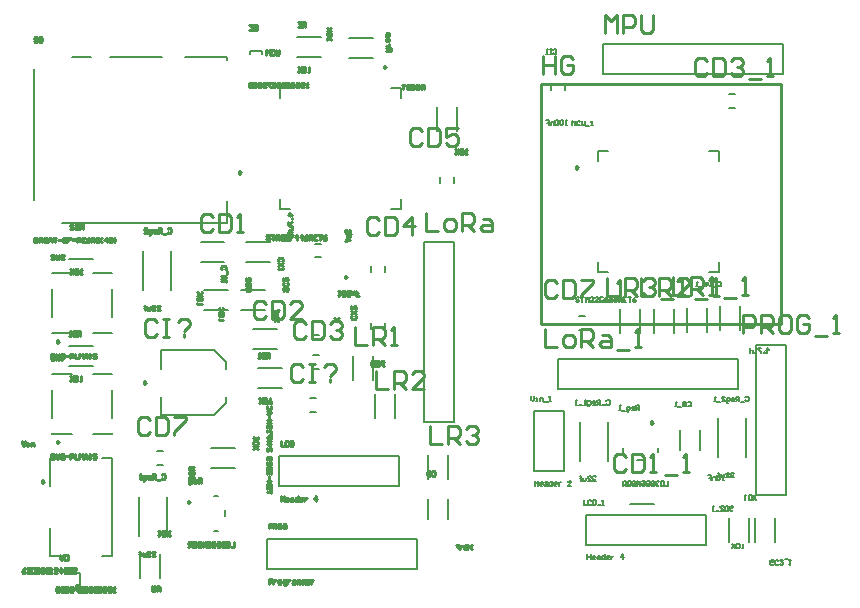
<source format=gbr>
G04*
G04 #@! TF.GenerationSoftware,Altium Limited,Altium Designer,22.4.2 (48)*
G04*
G04 Layer_Color=65535*
%FSLAX25Y25*%
%MOIN*%
G70*
G04*
G04 #@! TF.SameCoordinates,BE1E711C-C8E7-489F-BFDC-0012772F392D*
G04*
G04*
G04 #@! TF.FilePolarity,Positive*
G04*
G01*
G75*
%ADD10C,0.00984*%
%ADD11C,0.00787*%
%ADD12C,0.01000*%
D10*
X306327Y442264D02*
X305589Y442690D01*
Y441838D01*
X306327Y442264D01*
X331232Y357154D02*
X330494Y357580D01*
Y356727D01*
X331232Y357154D01*
X128394Y337465D02*
X127655Y337891D01*
Y337038D01*
X128394Y337465D01*
X193811Y440575D02*
X193073Y441001D01*
Y440149D01*
X193811Y440575D01*
X242394Y475744D02*
X241655Y476170D01*
Y475318D01*
X242394Y475744D01*
X229244Y405650D02*
X228506Y406076D01*
Y405223D01*
X229244Y405650D01*
X133323Y350705D02*
X132585Y351131D01*
Y350278D01*
X133323Y350705D01*
Y384205D02*
X132585Y384631D01*
Y383779D01*
X133323Y384205D01*
X176866Y330740D02*
X176128Y331166D01*
Y330314D01*
X176866Y330740D01*
X162350Y370500D02*
X161612Y370926D01*
Y370074D01*
X162350Y370500D01*
D11*
X306862Y344492D02*
Y357508D01*
X316138Y344492D02*
Y357508D01*
X352862Y345590D02*
Y358606D01*
X362138Y345590D02*
Y358606D01*
X291500Y361000D02*
X301500D01*
Y341000D02*
Y361000D01*
X291500Y341000D02*
X301500D01*
X291500D02*
Y361000D01*
X312921Y447579D02*
X316169D01*
X349831D02*
X353079D01*
Y407421D02*
Y410669D01*
Y444331D02*
Y447579D01*
X312921Y407421D02*
X316169D01*
X349831D02*
X353079D01*
X312921D02*
Y410669D01*
Y444331D02*
Y447579D01*
X353654Y388039D02*
Y395961D01*
X360346Y388039D02*
Y395961D01*
X349000Y316500D02*
Y326500D01*
X309000Y316500D02*
X349000D01*
X309000Y326500D02*
X349000D01*
X309000Y316500D02*
Y326500D01*
X346846Y348154D02*
Y354846D01*
X340154Y348154D02*
Y354846D01*
X321193Y347311D02*
Y348689D01*
X325917Y344850D02*
X328083D01*
X332807Y347311D02*
Y348689D01*
X371846Y317539D02*
Y325461D01*
X365154Y317539D02*
Y325461D01*
X356654Y317539D02*
Y325461D01*
X363346Y317539D02*
Y325461D01*
X297126Y468028D02*
Y469972D01*
X301874Y468028D02*
Y469972D01*
X323539Y336846D02*
X331461D01*
X323539Y330154D02*
X331461D01*
X356528Y462126D02*
X358472D01*
X356528Y466874D02*
X358472D01*
X306528Y388126D02*
X308472D01*
X306528Y392874D02*
X308472D01*
X365500Y383000D02*
X375500D01*
Y333000D02*
Y383000D01*
X365500Y333000D02*
Y383000D01*
Y333000D02*
X375500D01*
X299500Y378500D02*
X359500D01*
X299500Y368500D02*
X359500D01*
Y378500D01*
X299500Y368500D02*
Y378500D01*
X342654Y387539D02*
Y395461D01*
X349346Y387539D02*
Y395461D01*
X331654Y387203D02*
Y395125D01*
X338346Y387203D02*
Y395125D01*
X320154Y387203D02*
Y395125D01*
X326846Y387203D02*
Y395125D01*
X314500Y473500D02*
X374500D01*
X314500Y483500D02*
X374500D01*
X314500Y473500D02*
Y483500D01*
X374500Y473500D02*
Y483500D01*
X159862Y319492D02*
Y332508D01*
X169138Y319492D02*
Y332508D01*
X161362Y401492D02*
Y414508D01*
X170638Y401492D02*
Y414508D01*
X218528Y416678D02*
X220472D01*
X218528Y412322D02*
X220472D01*
X218028Y386322D02*
X219972D01*
X218028Y390678D02*
X219972D01*
X147587Y345339D02*
X150736D01*
X130264D02*
X133413D01*
X130264Y312661D02*
X133413D01*
X147587D02*
X150736D01*
Y345339D01*
X130264Y312661D02*
Y321913D01*
Y336087D02*
Y345339D01*
X189185Y478075D02*
Y479157D01*
Y423843D02*
Y431028D01*
X134165Y423843D02*
X189185D01*
X124815Y431421D02*
Y474925D01*
X137709Y479157D02*
X144008D01*
X150110D02*
X167630D01*
X175307D02*
X189185D01*
X252500Y308500D02*
Y318500D01*
X202500Y308500D02*
X252500D01*
X202500Y318500D02*
X252500D01*
X202500Y308500D02*
Y318500D01*
X243969Y468658D02*
X247217D01*
X207059D02*
X210307D01*
X207059Y428500D02*
Y431748D01*
Y465410D02*
Y468658D01*
X243969Y428500D02*
X247217D01*
X207059D02*
X210307D01*
X247217D02*
Y431748D01*
Y465410D02*
Y468658D01*
X195539Y417346D02*
X203461D01*
X195539Y410654D02*
X203461D01*
X241874Y388528D02*
Y390472D01*
X237126Y388528D02*
Y390472D01*
X130961Y353461D02*
X137555D01*
X144445D02*
X151039D01*
Y373441D02*
Y373539D01*
Y358874D02*
Y368126D01*
Y353461D02*
Y353559D01*
X130961Y373539D02*
X137555D01*
X144445D02*
X151039D01*
X130961Y373441D02*
Y373539D01*
Y358874D02*
Y368126D01*
Y353461D02*
Y353559D01*
Y386961D02*
Y387059D01*
Y392374D02*
Y401626D01*
Y406941D02*
Y407039D01*
X144445D02*
X151039D01*
X130961D02*
X137555D01*
X151039Y386961D02*
Y387059D01*
Y392374D02*
Y401626D01*
Y406941D02*
Y407039D01*
X144445Y386961D02*
X151039D01*
X130961D02*
X137555D01*
X206500Y336000D02*
Y346000D01*
X246500D01*
X206500Y336000D02*
X246500D01*
Y346000D01*
X265846Y454375D02*
Y462297D01*
X259154Y454375D02*
Y462297D01*
X230039Y478654D02*
X237961D01*
X230039Y485346D02*
X237961D01*
X136539Y376154D02*
X144461D01*
X136539Y382846D02*
X144461D01*
X136703Y418346D02*
X144625D01*
X136703Y411654D02*
X144625D01*
X166846Y305539D02*
Y313461D01*
X160154Y305539D02*
Y313461D01*
X256154Y325106D02*
Y331799D01*
X262846Y325106D02*
Y331799D01*
X138909Y303032D02*
X140091D01*
X138909Y306969D02*
X140091D01*
Y303032D02*
Y306969D01*
X184839Y332807D02*
X186217D01*
X188677Y325917D02*
Y328083D01*
X184839Y321193D02*
X186217D01*
X199539Y368654D02*
X207461D01*
X199539Y375346D02*
X207461D01*
X184039Y348846D02*
X191961D01*
X184039Y342154D02*
X191961D01*
X200969Y479909D02*
Y481091D01*
X197031Y479909D02*
Y481091D01*
X200969D01*
X212539Y485846D02*
X220461D01*
X212539Y479154D02*
X220461D01*
X194039Y394654D02*
X201961D01*
X194039Y401346D02*
X201961D01*
X181539Y394654D02*
X189461D01*
X181539Y401346D02*
X189461D01*
X180411Y417346D02*
X188333D01*
X180411Y410654D02*
X188333D01*
X198039Y381654D02*
X205961D01*
X198039Y388346D02*
X205961D01*
X218028Y375126D02*
X219972D01*
X218028Y379874D02*
X219972D01*
X237126Y407528D02*
Y409472D01*
X241874Y407528D02*
Y409472D01*
X260126Y437028D02*
Y438972D01*
X264874Y437028D02*
Y438972D01*
X166028Y347874D02*
X167972D01*
X166028Y343126D02*
X167972D01*
X265000Y357500D02*
Y417500D01*
X255000Y357500D02*
Y417500D01*
Y357500D02*
X265000D01*
X255000Y417500D02*
X265000D01*
X237846Y371539D02*
Y379461D01*
X231154Y371539D02*
Y379461D01*
X245346Y358875D02*
Y366797D01*
X238654Y358875D02*
Y366797D01*
X256154Y338539D02*
Y346461D01*
X262846Y338539D02*
Y346461D01*
X217028Y360626D02*
X218972D01*
X217028Y365374D02*
X218972D01*
X167173Y359673D02*
Y365874D01*
Y375126D02*
Y381327D01*
X184890D01*
X167173Y359673D02*
X184890D01*
X188827Y375126D02*
Y377390D01*
Y363610D02*
Y365874D01*
X184890Y381327D02*
X188827Y377390D01*
X184890Y359673D02*
X188827Y363610D01*
X311051Y337800D02*
X312100D01*
X311051Y338849D01*
Y339112D01*
X311313Y339374D01*
X311838D01*
X312100Y339112D01*
X309476Y337800D02*
X310526D01*
X309476Y338849D01*
Y339112D01*
X309739Y339374D01*
X310263D01*
X310526Y339112D01*
X308951Y338849D02*
Y338062D01*
X308689Y337800D01*
X307902D01*
Y338849D01*
X307115Y337800D02*
Y339112D01*
Y338587D01*
X307377D01*
X306852D01*
X307115D01*
Y339112D01*
X306852Y339374D01*
X315694Y364512D02*
X315956Y364774D01*
X316481D01*
X316743Y364512D01*
Y363462D01*
X316481Y363200D01*
X315956D01*
X315694Y363462D01*
X315169Y362938D02*
X314119D01*
X313595Y363200D02*
Y364774D01*
X312807D01*
X312545Y364512D01*
Y363987D01*
X312807Y363725D01*
X313595D01*
X313070D02*
X312545Y363200D01*
X311233D02*
X311758D01*
X312020Y363462D01*
Y363987D01*
X311758Y364249D01*
X311233D01*
X310971Y363987D01*
Y363725D01*
X312020D01*
X309921Y362675D02*
X309659D01*
X309396Y362938D01*
Y364249D01*
X310184D01*
X310446Y363987D01*
Y363462D01*
X310184Y363200D01*
X309396D01*
X308872D02*
X308347D01*
X308609D01*
Y364774D01*
X308872Y364512D01*
X307560Y362938D02*
X306510D01*
X305985Y363200D02*
X305461D01*
X305723D01*
Y364774D01*
X305985Y364512D01*
X357050Y338900D02*
X358100D01*
X357050Y339949D01*
Y340212D01*
X357313Y340474D01*
X357838D01*
X358100Y340212D01*
X355476Y338900D02*
X356526D01*
X355476Y339949D01*
Y340212D01*
X355739Y340474D01*
X356263D01*
X356526Y340212D01*
X354951Y339949D02*
Y339162D01*
X354689Y338900D01*
X353902D01*
Y339949D01*
X353115Y338900D02*
Y340212D01*
Y339687D01*
X353377D01*
X352852D01*
X353115D01*
Y340212D01*
X352852Y340474D01*
X362062Y365612D02*
X362325Y365874D01*
X362849D01*
X363112Y365612D01*
Y364562D01*
X362849Y364300D01*
X362325D01*
X362062Y364562D01*
X361538Y364038D02*
X360488D01*
X359963Y364300D02*
Y365874D01*
X359176D01*
X358914Y365612D01*
Y365087D01*
X359176Y364825D01*
X359963D01*
X359439D02*
X358914Y364300D01*
X357602D02*
X358127D01*
X358389Y364562D01*
Y365087D01*
X358127Y365350D01*
X357602D01*
X357340Y365087D01*
Y364825D01*
X358389D01*
X356290Y363775D02*
X356028D01*
X355765Y364038D01*
Y365350D01*
X356552D01*
X356815Y365087D01*
Y364562D01*
X356552Y364300D01*
X355765D01*
X354191D02*
X355241D01*
X354191Y365350D01*
Y365612D01*
X354453Y365874D01*
X354978D01*
X355241Y365612D01*
X353666Y364038D02*
X352617D01*
X352092Y364300D02*
X351567D01*
X351830D01*
Y365874D01*
X352092Y365612D01*
X291900Y337774D02*
Y336200D01*
Y336987D01*
X292950D01*
Y337774D01*
Y336200D01*
X294261D02*
X293737D01*
X293474Y336462D01*
Y336987D01*
X293737Y337249D01*
X294261D01*
X294524Y336987D01*
Y336725D01*
X293474D01*
X295311Y337249D02*
X295836D01*
X296098Y336987D01*
Y336200D01*
X295311D01*
X295049Y336462D01*
X295311Y336725D01*
X296098D01*
X297672Y337774D02*
Y336200D01*
X296885D01*
X296623Y336462D01*
Y336987D01*
X296885Y337249D01*
X297672D01*
X298984Y336200D02*
X298460D01*
X298197Y336462D01*
Y336987D01*
X298460Y337249D01*
X298984D01*
X299247Y336987D01*
Y336725D01*
X298197D01*
X299771Y337249D02*
Y336200D01*
Y336725D01*
X300034Y336987D01*
X300296Y337249D01*
X300559D01*
X303970Y336200D02*
X302920D01*
X303970Y337249D01*
Y337512D01*
X303707Y337774D01*
X303182D01*
X302920Y337512D01*
X290588Y365905D02*
Y364856D01*
X291113Y364331D01*
X291638Y364856D01*
Y365905D01*
X292162Y364331D02*
X292687D01*
X292425D01*
Y365381D01*
X292162D01*
X293474Y364331D02*
Y365381D01*
X294261D01*
X294524Y365118D01*
Y364331D01*
X295049Y364069D02*
X296098D01*
X296623Y364331D02*
X297148D01*
X296885D01*
Y365905D01*
X296623Y365643D01*
X306649Y398712D02*
X306387Y398974D01*
X305862D01*
X305600Y398712D01*
Y398449D01*
X305862Y398187D01*
X306387D01*
X306649Y397925D01*
Y397662D01*
X306387Y397400D01*
X305862D01*
X305600Y397662D01*
X307174Y398974D02*
X308224D01*
X307699D01*
Y397400D01*
X308749D02*
Y398974D01*
X309273Y398449D01*
X309798Y398974D01*
Y397400D01*
X310323Y398712D02*
X310585Y398974D01*
X311110D01*
X311372Y398712D01*
Y398449D01*
X311110Y398187D01*
X310848D01*
X311110D01*
X311372Y397925D01*
Y397662D01*
X311110Y397400D01*
X310585D01*
X310323Y397662D01*
X312947Y397400D02*
X311897D01*
X312947Y398449D01*
Y398712D01*
X312684Y398974D01*
X312159D01*
X311897Y398712D01*
X314521Y398974D02*
X313472D01*
Y398187D01*
X313996D01*
X313472D01*
Y397400D01*
X315833D02*
Y398974D01*
X315046Y398187D01*
X316095D01*
X317407Y397400D02*
Y398974D01*
X316620Y398187D01*
X317670D01*
X319244Y398974D02*
X318719Y398712D01*
X318194Y398187D01*
Y397662D01*
X318457Y397400D01*
X318982D01*
X319244Y397662D01*
Y397925D01*
X318982Y398187D01*
X318194D01*
X319769Y397400D02*
Y398974D01*
X320556D01*
X320818Y398712D01*
Y398187D01*
X320556Y397925D01*
X319769D01*
X320293D02*
X320818Y397400D01*
X322392Y398974D02*
X321343D01*
Y397400D01*
X322392D01*
X321343Y398187D02*
X321868D01*
X322917Y398974D02*
X323967D01*
X323442D01*
Y397400D01*
X325541Y398974D02*
X325016Y398712D01*
X324492Y398187D01*
Y397662D01*
X324754Y397400D01*
X325279D01*
X325541Y397662D01*
Y397925D01*
X325279Y398187D01*
X324492D01*
X304288Y456231D02*
Y457805D01*
X304813Y457281D01*
X305338Y457805D01*
Y456231D01*
X306912Y457543D02*
X306649Y457805D01*
X306125D01*
X305862Y457543D01*
Y456494D01*
X306125Y456231D01*
X306649D01*
X306912Y456494D01*
X307437Y457805D02*
Y456494D01*
X307699Y456231D01*
X308224D01*
X308486Y456494D01*
Y457805D01*
X309011Y455969D02*
X310061D01*
X310585Y456231D02*
X311110D01*
X310848D01*
Y457805D01*
X310585Y457543D01*
X369239Y380462D02*
Y382036D01*
X370026Y381249D01*
X368976D01*
X368451Y380462D02*
Y380724D01*
X368189D01*
Y380462D01*
X368451D01*
X367140Y382036D02*
X366090D01*
Y381774D01*
X367140Y380724D01*
Y380462D01*
X365565Y381511D02*
Y380724D01*
X365303Y380462D01*
X364516D01*
Y381511D01*
X363729Y380462D02*
Y381774D01*
Y381249D01*
X363991D01*
X363466D01*
X363729D01*
Y381774D01*
X363466Y382036D01*
X352714Y403883D02*
X352976Y404146D01*
X353501D01*
X353764Y403883D01*
Y402834D01*
X353501Y402571D01*
X352976D01*
X352714Y402834D01*
X352189Y402309D02*
X351140D01*
X350615Y404146D02*
Y403096D01*
X350090Y402571D01*
X349566Y403096D01*
Y404146D01*
X349041Y402571D02*
X348516D01*
X348778D01*
Y404146D01*
X349041Y403883D01*
X347729Y402309D02*
X346679D01*
X346155Y402571D02*
X345630D01*
X345892D01*
Y404146D01*
X346155Y403883D01*
X309400Y313274D02*
Y311700D01*
Y312487D01*
X310450D01*
Y313274D01*
Y311700D01*
X311761D02*
X311237D01*
X310974Y311962D01*
Y312487D01*
X311237Y312750D01*
X311761D01*
X312024Y312487D01*
Y312225D01*
X310974D01*
X312811Y312750D02*
X313336D01*
X313598Y312487D01*
Y311700D01*
X312811D01*
X312549Y311962D01*
X312811Y312225D01*
X313598D01*
X315172Y313274D02*
Y311700D01*
X314385D01*
X314123Y311962D01*
Y312487D01*
X314385Y312750D01*
X315172D01*
X316484Y311700D02*
X315960D01*
X315697Y311962D01*
Y312487D01*
X315960Y312750D01*
X316484D01*
X316747Y312487D01*
Y312225D01*
X315697D01*
X317271Y312750D02*
Y311700D01*
Y312225D01*
X317534Y312487D01*
X317796Y312750D01*
X318059D01*
X321207Y311700D02*
Y313274D01*
X320420Y312487D01*
X321470D01*
X308088Y331405D02*
Y329831D01*
X309138D01*
X310712Y331143D02*
X310450Y331405D01*
X309925D01*
X309662Y331143D01*
Y330094D01*
X309925Y329831D01*
X310450D01*
X310712Y330094D01*
X311237Y331405D02*
Y329831D01*
X312024D01*
X312286Y330094D01*
Y331143D01*
X312024Y331405D01*
X311237D01*
X312811Y329569D02*
X313861D01*
X314385Y329831D02*
X314910D01*
X314648D01*
Y331405D01*
X314385Y331143D01*
X354954Y338009D02*
X354430D01*
X354692D01*
Y339583D01*
X354954Y339321D01*
X353643D02*
X353380Y339583D01*
X352855D01*
X352593Y339321D01*
Y338271D01*
X352855Y338009D01*
X353380D01*
X353643Y338271D01*
Y339321D01*
X352068Y338009D02*
Y339059D01*
X351281D01*
X351019Y338796D01*
Y338009D01*
X349444Y339583D02*
X350494D01*
Y338796D01*
X349969D01*
X350494D01*
Y338009D01*
X342773Y363902D02*
X343035Y364165D01*
X343560D01*
X343822Y363902D01*
Y362853D01*
X343560Y362590D01*
X343035D01*
X342773Y362853D01*
X342248Y364165D02*
Y362590D01*
X341461D01*
X341198Y362853D01*
Y363115D01*
X341461Y363377D01*
X342248D01*
X341461D01*
X341198Y363640D01*
Y363902D01*
X341461Y364165D01*
X342248D01*
X340674Y362328D02*
X339624D01*
X339099Y362590D02*
X338575D01*
X338837D01*
Y364165D01*
X339099Y363902D01*
X336400Y337574D02*
Y336000D01*
X335350D01*
X334826Y337574D02*
Y336000D01*
X334039D01*
X333776Y336262D01*
Y337312D01*
X334039Y337574D01*
X334826D01*
X333251Y337312D02*
X332989Y337574D01*
X332464D01*
X332202Y337312D01*
Y337050D01*
X332464Y336787D01*
X332727D01*
X332464D01*
X332202Y336525D01*
Y336262D01*
X332464Y336000D01*
X332989D01*
X333251Y336262D01*
X331677D02*
X331415Y336000D01*
X330890D01*
X330628Y336262D01*
Y337312D01*
X330890Y337574D01*
X331415D01*
X331677Y337312D01*
Y337050D01*
X331415Y336787D01*
X330628D01*
X330103Y337312D02*
X329840Y337574D01*
X329316D01*
X329053Y337312D01*
Y337050D01*
X329316Y336787D01*
X329053Y336525D01*
Y336262D01*
X329316Y336000D01*
X329840D01*
X330103Y336262D01*
Y336525D01*
X329840Y336787D01*
X330103Y337050D01*
Y337312D01*
X329840Y336787D02*
X329316D01*
X327479Y337574D02*
X328528D01*
Y336787D01*
X328004Y337050D01*
X327741D01*
X327479Y336787D01*
Y336262D01*
X327741Y336000D01*
X328266D01*
X328528Y336262D01*
X326954Y336000D02*
Y337574D01*
X326430Y337050D01*
X325905Y337574D01*
Y336000D01*
X325380Y337312D02*
X325118Y337574D01*
X324593D01*
X324330Y337312D01*
Y337050D01*
X324593Y336787D01*
X324855D01*
X324593D01*
X324330Y336525D01*
Y336262D01*
X324593Y336000D01*
X325118D01*
X325380Y336262D01*
X323806Y337312D02*
X323543Y337574D01*
X323019D01*
X322756Y337312D01*
Y337050D01*
X323019Y336787D01*
X323281D01*
X323019D01*
X322756Y336525D01*
Y336262D01*
X323019Y336000D01*
X323543D01*
X323806Y336262D01*
X322231Y336000D02*
Y337574D01*
X321444D01*
X321182Y337312D01*
Y336787D01*
X321444Y336525D01*
X322231D01*
X321707D02*
X321182Y336000D01*
X326712Y361400D02*
Y362974D01*
X325925D01*
X325662Y362712D01*
Y362187D01*
X325925Y361925D01*
X326712D01*
X326187D02*
X325662Y361400D01*
X324351D02*
X324875D01*
X325138Y361662D01*
Y362187D01*
X324875Y362450D01*
X324351D01*
X324088Y362187D01*
Y361925D01*
X325138D01*
X323039Y360875D02*
X322776D01*
X322514Y361138D01*
Y362450D01*
X323301D01*
X323563Y362187D01*
Y361662D01*
X323301Y361400D01*
X322514D01*
X321989Y361138D02*
X320939D01*
X320415Y361400D02*
X319890D01*
X320152D01*
Y362974D01*
X320415Y362712D01*
X361785Y333038D02*
X362309D01*
X362047D01*
Y331464D01*
X361785Y331726D01*
X363096D02*
X363359Y331464D01*
X363884D01*
X364146Y331726D01*
Y332776D01*
X363884Y333038D01*
X363359D01*
X363096Y332776D01*
Y331726D01*
X364671Y331464D02*
Y333038D01*
Y332513D01*
X365720Y331464D01*
X364933Y332251D01*
X365720Y333038D01*
X371441Y310109D02*
X371179Y309847D01*
X370654D01*
X370392Y310109D01*
Y310372D01*
X370654Y310634D01*
X371179D01*
X371441Y310896D01*
Y311159D01*
X371179Y311421D01*
X370654D01*
X370392Y311159D01*
X373015Y310109D02*
X372753Y309847D01*
X372228D01*
X371966Y310109D01*
Y311159D01*
X372228Y311421D01*
X372753D01*
X373015Y311159D01*
X374590Y311421D02*
X373540D01*
X374590Y310372D01*
Y310109D01*
X374327Y309847D01*
X373803D01*
X373540Y310109D01*
X375114Y311684D02*
X376164D01*
X376689Y311421D02*
X377214D01*
X376951D01*
Y309847D01*
X376689Y310109D01*
X361387Y315290D02*
X360862D01*
X361125D01*
Y316865D01*
X361387Y316602D01*
X360075D02*
X359813Y316865D01*
X359288D01*
X359026Y316602D01*
Y315553D01*
X359288Y315290D01*
X359813D01*
X360075Y315553D01*
Y316602D01*
X358501Y316865D02*
Y315290D01*
Y315815D01*
X357451Y316865D01*
X358239Y316077D01*
X357451Y315290D01*
X356861Y329156D02*
X357124Y329418D01*
X357649D01*
X357911Y329156D01*
Y328894D01*
X357649Y328631D01*
X357124D01*
X356861Y328369D01*
Y328106D01*
X357124Y327844D01*
X357649D01*
X357911Y328106D01*
X356337Y329418D02*
Y327844D01*
X355550D01*
X355287Y328106D01*
Y329156D01*
X355550Y329418D01*
X356337D01*
X353713Y327844D02*
X354762D01*
X353713Y328894D01*
Y329156D01*
X353975Y329418D01*
X354500D01*
X354762Y329156D01*
X353188Y327582D02*
X352139D01*
X351614Y327844D02*
X351089D01*
X351351D01*
Y329418D01*
X351614Y329156D01*
X302600Y456400D02*
X302075D01*
X302338D01*
Y457974D01*
X302600Y457712D01*
X301288D02*
X301026Y457974D01*
X300501D01*
X300239Y457712D01*
Y456662D01*
X300501Y456400D01*
X301026D01*
X301288Y456662D01*
Y457712D01*
X299714D02*
X299451Y457974D01*
X298927D01*
X298664Y457712D01*
Y456662D01*
X298927Y456400D01*
X299451D01*
X299714Y456662D01*
Y457712D01*
X298140Y456400D02*
Y457449D01*
X297352D01*
X297090Y457187D01*
Y456400D01*
X295516Y457974D02*
X296565D01*
Y457187D01*
X296041D01*
X296565D01*
Y456400D01*
X297951Y481412D02*
X298213Y481674D01*
X298738D01*
X299000Y481412D01*
Y480362D01*
X298738Y480100D01*
X298213D01*
X297951Y480362D01*
X297426Y481674D02*
X296901D01*
X297163D01*
Y480100D01*
X297426D01*
X296901D01*
X296114D02*
X295589D01*
X295851D01*
Y481674D01*
X296114Y481412D01*
D12*
X374000Y390000D02*
Y470000D01*
X294000D02*
X374000D01*
X294000Y390000D02*
Y470000D01*
Y390000D02*
X374000D01*
X322301Y345698D02*
X321301Y346698D01*
X319302D01*
X318302Y345698D01*
Y341700D01*
X319302Y340700D01*
X321301D01*
X322301Y341700D01*
X324300Y346698D02*
Y340700D01*
X327299D01*
X328298Y341700D01*
Y345698D01*
X327299Y346698D01*
X324300D01*
X330298Y340700D02*
X332297D01*
X331298D01*
Y346698D01*
X330298Y345698D01*
X335296Y339700D02*
X339295D01*
X341294Y340700D02*
X343294D01*
X342294D01*
Y346698D01*
X341294Y345698D01*
X349200Y477698D02*
X348201Y478698D01*
X346201D01*
X345202Y477698D01*
Y473700D01*
X346201Y472700D01*
X348201D01*
X349200Y473700D01*
X351200Y478698D02*
Y472700D01*
X354199D01*
X355198Y473700D01*
Y477698D01*
X354199Y478698D01*
X351200D01*
X357198Y477698D02*
X358197Y478698D01*
X360197D01*
X361196Y477698D01*
Y476698D01*
X360197Y475699D01*
X359197D01*
X360197D01*
X361196Y474699D01*
Y473700D01*
X360197Y472700D01*
X358197D01*
X357198Y473700D01*
X363196Y471700D02*
X367195D01*
X369194Y472700D02*
X371193D01*
X370194D01*
Y478698D01*
X369194Y477698D01*
X299200Y403698D02*
X298201Y404698D01*
X296201D01*
X295202Y403698D01*
Y399699D01*
X296201Y398700D01*
X298201D01*
X299200Y399699D01*
X301200Y404698D02*
Y398700D01*
X304199D01*
X305198Y399699D01*
Y403698D01*
X304199Y404698D01*
X301200D01*
X307198D02*
X311196D01*
Y403698D01*
X307198Y399699D01*
Y398700D01*
X313196Y397700D02*
X317195D01*
X319194Y398700D02*
X321193D01*
X320194D01*
Y404698D01*
X319194Y403698D01*
X361102Y386900D02*
Y392898D01*
X364101D01*
X365100Y391898D01*
Y389899D01*
X364101Y388899D01*
X361102D01*
X367100Y386900D02*
Y392898D01*
X370099D01*
X371098Y391898D01*
Y389899D01*
X370099Y388899D01*
X367100D01*
X369099D02*
X371098Y386900D01*
X376097Y392898D02*
X374097D01*
X373098Y391898D01*
Y387899D01*
X374097Y386900D01*
X376097D01*
X377097Y387899D01*
Y391898D01*
X376097Y392898D01*
X383095Y391898D02*
X382095Y392898D01*
X380096D01*
X379096Y391898D01*
Y387899D01*
X380096Y386900D01*
X382095D01*
X383095Y387899D01*
Y389899D01*
X381095D01*
X385094Y385900D02*
X389093D01*
X391092Y386900D02*
X393091D01*
X392092D01*
Y392898D01*
X391092Y391898D01*
X295102Y388398D02*
Y382400D01*
X299100D01*
X302099D02*
X304099D01*
X305098Y383400D01*
Y385399D01*
X304099Y386399D01*
X302099D01*
X301100Y385399D01*
Y383400D01*
X302099Y382400D01*
X307098D02*
Y388398D01*
X310097D01*
X311097Y387398D01*
Y385399D01*
X310097Y384399D01*
X307098D01*
X309097D02*
X311097Y382400D01*
X314095Y386399D02*
X316095D01*
X317094Y385399D01*
Y382400D01*
X314095D01*
X313096Y383400D01*
X314095Y384399D01*
X317094D01*
X319094Y381400D02*
X323093D01*
X325092Y382400D02*
X327091D01*
X326092D01*
Y388398D01*
X325092Y387398D01*
X337802Y405698D02*
Y399700D01*
X341800D01*
X343800D02*
Y405698D01*
X346799D01*
X347798Y404698D01*
Y402699D01*
X346799Y401699D01*
X343800D01*
X345799D02*
X347798Y399700D01*
X349798D02*
X351797D01*
X350798D01*
Y405698D01*
X349798Y404698D01*
X354796Y398700D02*
X358795D01*
X360794Y399700D02*
X362794D01*
X361794D01*
Y405698D01*
X360794Y404698D01*
X327302Y405398D02*
Y399400D01*
X331300D01*
X333300D02*
Y405398D01*
X336299D01*
X337298Y404398D01*
Y402399D01*
X336299Y401399D01*
X333300D01*
X335299D02*
X337298Y399400D01*
X343297D02*
X339298D01*
X343297Y403399D01*
Y404398D01*
X342297Y405398D01*
X340297D01*
X339298Y404398D01*
X345296Y398400D02*
X349294D01*
X351294Y399400D02*
X353293D01*
X352293D01*
Y405398D01*
X351294Y404398D01*
X315802Y405398D02*
Y399400D01*
X319800D01*
X321800D02*
Y405398D01*
X324799D01*
X325798Y404398D01*
Y402399D01*
X324799Y401399D01*
X321800D01*
X323799D02*
X325798Y399400D01*
X327798Y404398D02*
X328797Y405398D01*
X330797D01*
X331797Y404398D01*
Y403399D01*
X330797Y402399D01*
X329797D01*
X330797D01*
X331797Y401399D01*
Y400399D01*
X330797Y399400D01*
X328797D01*
X327798Y400399D01*
X333796Y398400D02*
X337794D01*
X339794Y399400D02*
X341793D01*
X340793D01*
Y405398D01*
X339794Y404398D01*
X315100Y486900D02*
Y492898D01*
X317099Y490899D01*
X319099Y492898D01*
Y486900D01*
X321098D02*
Y492898D01*
X324097D01*
X325097Y491898D01*
Y489899D01*
X324097Y488899D01*
X321098D01*
X327096Y492898D02*
Y487900D01*
X328096Y486900D01*
X330095D01*
X331095Y487900D01*
Y492898D01*
X294500Y479498D02*
Y473500D01*
Y476499D01*
X298499D01*
Y479498D01*
Y473500D01*
X304497Y478498D02*
X303497Y479498D01*
X301498D01*
X300498Y478498D01*
Y474500D01*
X301498Y473500D01*
X303497D01*
X304497Y474500D01*
Y476499D01*
X302497D01*
X164251Y312600D02*
X165300D01*
X164251Y313650D01*
Y313912D01*
X164513Y314174D01*
X165038D01*
X165300Y313912D01*
X162676Y312600D02*
X163726D01*
X162676Y313650D01*
Y313912D01*
X162939Y314174D01*
X163463D01*
X163726Y313912D01*
X162151Y313650D02*
Y312862D01*
X161889Y312600D01*
X161102D01*
Y313650D01*
X160315Y312600D02*
Y313912D01*
Y313387D01*
X160577D01*
X160052D01*
X160315D01*
Y313912D01*
X160052Y314174D01*
X167450Y339712D02*
X167713Y339974D01*
X168238D01*
X168500Y339712D01*
Y338662D01*
X168238Y338400D01*
X167713D01*
X167450Y338662D01*
X166926Y338138D02*
X165876D01*
X165351Y338400D02*
Y339974D01*
X164564D01*
X164302Y339712D01*
Y339187D01*
X164564Y338925D01*
X165351D01*
X164827D02*
X164302Y338400D01*
X162990D02*
X163515D01*
X163777Y338662D01*
Y339187D01*
X163515Y339450D01*
X162990D01*
X162728Y339187D01*
Y338925D01*
X163777D01*
X161678Y337875D02*
X161416D01*
X161153Y338138D01*
Y339450D01*
X161941D01*
X162203Y339187D01*
Y338662D01*
X161941Y338400D01*
X161153D01*
X160628D02*
X160104D01*
X160366D01*
Y339974D01*
X160628Y339712D01*
X165751Y394600D02*
X166800D01*
X165751Y395650D01*
Y395912D01*
X166013Y396174D01*
X166538D01*
X166800Y395912D01*
X164176Y394600D02*
X165226D01*
X164176Y395650D01*
Y395912D01*
X164439Y396174D01*
X164963D01*
X165226Y395912D01*
X163651Y395650D02*
Y394862D01*
X163389Y394600D01*
X162602D01*
Y395650D01*
X161815Y394600D02*
Y395912D01*
Y395387D01*
X162077D01*
X161552D01*
X161815D01*
Y395912D01*
X161552Y396174D01*
X169450Y421712D02*
X169713Y421974D01*
X170238D01*
X170500Y421712D01*
Y420662D01*
X170238Y420400D01*
X169713D01*
X169450Y420662D01*
X168926Y420138D02*
X167876D01*
X167351Y420400D02*
Y421974D01*
X166564D01*
X166302Y421712D01*
Y421187D01*
X166564Y420925D01*
X167351D01*
X166827D02*
X166302Y420400D01*
X164990D02*
X165515D01*
X165777Y420662D01*
Y421187D01*
X165515Y421450D01*
X164990D01*
X164728Y421187D01*
Y420925D01*
X165777D01*
X163678Y419875D02*
X163416D01*
X163153Y420138D01*
Y421450D01*
X163941D01*
X164203Y421187D01*
Y420662D01*
X163941Y420400D01*
X163153D01*
X161579D02*
X162628D01*
X161579Y421450D01*
Y421712D01*
X161841Y421974D01*
X162366D01*
X162628Y421712D01*
X229913Y421484D02*
X230175Y421222D01*
Y420697D01*
X229913Y420435D01*
X228864D01*
X228601Y420697D01*
Y421222D01*
X228864Y421484D01*
X229126D01*
X229388Y421222D01*
Y420435D01*
X230700Y419910D02*
X229126D01*
Y419123D01*
X229388Y418861D01*
X229913D01*
X230175Y419123D01*
Y419910D01*
Y418073D02*
X228864D01*
X229388D01*
Y418336D01*
Y417811D01*
Y418073D01*
X228864D01*
X228601Y417811D01*
X206476Y410885D02*
X206214Y411147D01*
Y411672D01*
X206476Y411934D01*
X207526D01*
X207788Y411672D01*
Y411147D01*
X207526Y410885D01*
X206214Y410360D02*
X207788Y409311D01*
X206214D02*
X207788Y410360D01*
Y408786D02*
Y408261D01*
Y408524D01*
X206214D01*
X206476Y408786D01*
X205237Y391061D02*
X204975Y391323D01*
Y391848D01*
X205237Y392111D01*
X206287D01*
X206549Y391848D01*
Y391323D01*
X206287Y391061D01*
X206024D01*
X205762Y391323D01*
Y392111D01*
X204450Y392635D02*
X206024D01*
Y393423D01*
X205762Y393685D01*
X205237D01*
X204975Y393423D01*
Y392635D01*
Y394472D02*
X206287D01*
X205762D01*
Y394210D01*
Y394734D01*
Y394472D01*
X206287D01*
X206549Y394734D01*
X232024Y392848D02*
X232286Y392585D01*
Y392061D01*
X232024Y391798D01*
X230974D01*
X230712Y392061D01*
Y392585D01*
X230974Y392848D01*
X232286Y393373D02*
X230712Y394422D01*
X232286D02*
X230712Y393373D01*
Y395996D02*
Y394947D01*
X231761Y395996D01*
X232024D01*
X232286Y395734D01*
Y395209D01*
X232024Y394947D01*
X121950Y308574D02*
X121425Y308312D01*
X120900Y307787D01*
Y307262D01*
X121162Y307000D01*
X121687D01*
X121950Y307262D01*
Y307525D01*
X121687Y307787D01*
X120900D01*
X123524Y307000D02*
X122474D01*
X123524Y308050D01*
Y308312D01*
X123261Y308574D01*
X122737D01*
X122474Y308312D01*
X124049D02*
X124311Y308574D01*
X124836D01*
X125098Y308312D01*
Y307262D01*
X124836Y307000D01*
X124311D01*
X124049Y307262D01*
Y308312D01*
X125623D02*
X125885Y308574D01*
X126410D01*
X126672Y308312D01*
Y308050D01*
X126410Y307787D01*
X126148D01*
X126410D01*
X126672Y307525D01*
Y307262D01*
X126410Y307000D01*
X125885D01*
X125623Y307262D01*
X127197Y308312D02*
X127460Y308574D01*
X127984D01*
X128247Y308312D01*
Y307262D01*
X127984Y307000D01*
X127460D01*
X127197Y307262D01*
Y308312D01*
X129821Y307000D02*
X128771D01*
X129821Y308050D01*
Y308312D01*
X129559Y308574D01*
X129034D01*
X128771Y308312D01*
X130346Y307000D02*
X130870D01*
X130608D01*
Y308574D01*
X130346Y308312D01*
X132707Y307000D02*
X131658D01*
X132707Y308050D01*
Y308312D01*
X132445Y308574D01*
X131920D01*
X131658Y308312D01*
X134019Y307000D02*
Y308574D01*
X133232Y307787D01*
X134282D01*
X134806Y308312D02*
X135069Y308574D01*
X135593D01*
X135856Y308312D01*
Y307262D01*
X135593Y307000D01*
X135069D01*
X134806Y307262D01*
Y308312D01*
X137430Y307000D02*
X136381D01*
X137430Y308050D01*
Y308312D01*
X137168Y308574D01*
X136643D01*
X136381Y308312D01*
X139004Y307000D02*
X137955D01*
X139004Y308050D01*
Y308312D01*
X138742Y308574D01*
X138217D01*
X137955Y308312D01*
X120900Y350974D02*
Y349925D01*
X121425Y349400D01*
X121950Y349925D01*
Y350974D01*
X122474Y349400D02*
X122999D01*
X122737D01*
Y350449D01*
X122474D01*
X123786Y349400D02*
Y350449D01*
X124573D01*
X124836Y350187D01*
Y349400D01*
X125000Y418874D02*
Y417300D01*
X125787D01*
X126049Y417562D01*
Y418612D01*
X125787Y418874D01*
X125000D01*
X126574Y417300D02*
Y418874D01*
X127099Y418350D01*
X127624Y418874D01*
Y417300D01*
X128149Y418612D02*
X128411Y418874D01*
X128936D01*
X129198Y418612D01*
Y418350D01*
X128936Y418087D01*
X128673D01*
X128936D01*
X129198Y417825D01*
Y417562D01*
X128936Y417300D01*
X128411D01*
X128149Y417562D01*
X129723Y417300D02*
Y418350D01*
X130248Y418874D01*
X130772Y418350D01*
Y417300D01*
Y418087D01*
X129723D01*
X131297Y418874D02*
X132347D01*
X131822D01*
Y417300D01*
X132871Y418087D02*
X133921D01*
X135495Y418612D02*
X135233Y418874D01*
X134708D01*
X134446Y418612D01*
Y418350D01*
X134708Y418087D01*
X135233D01*
X135495Y417825D01*
Y417562D01*
X135233Y417300D01*
X134708D01*
X134446Y417562D01*
X137070Y418874D02*
X136020D01*
Y418087D01*
X136545D01*
X136020D01*
Y417300D01*
X137594Y418087D02*
X138644D01*
X139169Y417300D02*
Y418874D01*
X139956D01*
X140218Y418612D01*
Y418087D01*
X139956Y417825D01*
X139169D01*
X141792Y418874D02*
X140743D01*
Y417300D01*
X141792D01*
X140743Y418087D02*
X141268D01*
X143367Y418874D02*
X142842D01*
X143104D01*
Y417562D01*
X142842Y417300D01*
X142580D01*
X142317Y417562D01*
X143892Y417300D02*
Y418874D01*
X144416Y418350D01*
X144941Y418874D01*
Y417300D01*
X146515Y418874D02*
X145466D01*
Y418087D01*
X145991Y418350D01*
X146253D01*
X146515Y418087D01*
Y417562D01*
X146253Y417300D01*
X145728D01*
X145466Y417562D01*
X147565Y417300D02*
X147040Y417825D01*
Y418350D01*
X147565Y418874D01*
X149139Y417300D02*
Y418874D01*
X148352Y418087D01*
X149401D01*
X149926Y418612D02*
X150189Y418874D01*
X150713D01*
X150976Y418612D01*
Y417562D01*
X150713Y417300D01*
X150189D01*
X149926Y417562D01*
Y418612D01*
X151500Y417300D02*
X152025Y417825D01*
Y418350D01*
X151500Y418874D01*
X126049Y485412D02*
X125787Y485674D01*
X125262D01*
X125000Y485412D01*
Y485149D01*
X125262Y484887D01*
X125787D01*
X126049Y484625D01*
Y484362D01*
X125787Y484100D01*
X125262D01*
X125000Y484362D01*
X126574Y485674D02*
Y484100D01*
X127361D01*
X127624Y484362D01*
Y485412D01*
X127361Y485674D01*
X126574D01*
X203100Y303500D02*
Y305074D01*
X203887D01*
X204150Y304812D01*
Y304287D01*
X203887Y304025D01*
X203100D01*
X204674Y304550D02*
Y303500D01*
Y304025D01*
X204937Y304287D01*
X205199Y304550D01*
X205461D01*
X206511Y303500D02*
X207036D01*
X207298Y303762D01*
Y304287D01*
X207036Y304550D01*
X206511D01*
X206249Y304287D01*
Y303762D01*
X206511Y303500D01*
X208348Y302975D02*
X208610D01*
X208872Y303238D01*
Y304550D01*
X208085D01*
X207823Y304287D01*
Y303762D01*
X208085Y303500D01*
X208872D01*
X209397Y304550D02*
Y303500D01*
Y304025D01*
X209660Y304287D01*
X209922Y304550D01*
X210184D01*
X211234D02*
X211759D01*
X212021Y304287D01*
Y303500D01*
X211234D01*
X210971Y303762D01*
X211234Y304025D01*
X212021D01*
X212546Y303500D02*
Y304550D01*
X212808D01*
X213071Y304287D01*
Y303500D01*
Y304287D01*
X213333Y304550D01*
X213595Y304287D01*
Y303500D01*
X214120D02*
Y304550D01*
X214382D01*
X214645Y304287D01*
Y303500D01*
Y304287D01*
X214907Y304550D01*
X215170Y304287D01*
Y303500D01*
X216481D02*
X215957D01*
X215694Y303762D01*
Y304287D01*
X215957Y304550D01*
X216481D01*
X216744Y304287D01*
Y304025D01*
X215694D01*
X217269Y304550D02*
Y303500D01*
Y304025D01*
X217531Y304287D01*
X217793Y304550D01*
X218056D01*
X203100Y321900D02*
Y323474D01*
X203887D01*
X204150Y323212D01*
Y322687D01*
X203887Y322425D01*
X203100D01*
X204674Y321900D02*
Y323474D01*
X205461D01*
X205724Y323212D01*
Y322687D01*
X205461Y322425D01*
X204674D01*
X205199D02*
X205724Y321900D01*
X207036Y323474D02*
X206511D01*
X206249Y323212D01*
Y322162D01*
X206511Y321900D01*
X207036D01*
X207298Y322162D01*
Y323212D01*
X207036Y323474D01*
X208872Y323212D02*
X208610Y323474D01*
X208085D01*
X207823Y323212D01*
Y322162D01*
X208085Y321900D01*
X208610D01*
X208872Y322162D01*
Y322687D01*
X208348D01*
X203450Y419512D02*
X203187Y419774D01*
X202662D01*
X202400Y419512D01*
Y419249D01*
X202662Y418987D01*
X203187D01*
X203450Y418725D01*
Y418462D01*
X203187Y418200D01*
X202662D01*
X202400Y418462D01*
X203974Y419774D02*
X205024D01*
X204499D01*
Y418200D01*
X205549D02*
Y419774D01*
X206073Y419249D01*
X206598Y419774D01*
Y418200D01*
X207123Y419512D02*
X207385Y419774D01*
X207910D01*
X208172Y419512D01*
Y419249D01*
X207910Y418987D01*
X207648D01*
X207910D01*
X208172Y418725D01*
Y418462D01*
X207910Y418200D01*
X207385D01*
X207123Y418462D01*
X209747Y418200D02*
X208697D01*
X209747Y419249D01*
Y419512D01*
X209484Y419774D01*
X208960D01*
X208697Y419512D01*
X211321Y419774D02*
X210272D01*
Y418987D01*
X210796D01*
X210272D01*
Y418200D01*
X212633D02*
Y419774D01*
X211846Y418987D01*
X212895D01*
X214207Y418200D02*
Y419774D01*
X213420Y418987D01*
X214470D01*
X216044Y419774D02*
X215519Y419512D01*
X214994Y418987D01*
Y418462D01*
X215257Y418200D01*
X215781D01*
X216044Y418462D01*
Y418725D01*
X215781Y418987D01*
X214994D01*
X216569Y418200D02*
Y419774D01*
X217356D01*
X217618Y419512D01*
Y418987D01*
X217356Y418725D01*
X216569D01*
X217093D02*
X217618Y418200D01*
X219192Y419774D02*
X218143D01*
Y418200D01*
X219192D01*
X218143Y418987D02*
X218668D01*
X219717Y419774D02*
X220767D01*
X220242D01*
Y418200D01*
X222341Y419774D02*
X221816Y419512D01*
X221291Y418987D01*
Y418462D01*
X221554Y418200D01*
X222079D01*
X222341Y418462D01*
Y418725D01*
X222079Y418987D01*
X221291D01*
X202400Y479700D02*
Y481274D01*
X202925Y480750D01*
X203450Y481274D01*
Y479700D01*
X205024Y481012D02*
X204761Y481274D01*
X204237D01*
X203974Y481012D01*
Y479962D01*
X204237Y479700D01*
X204761D01*
X205024Y479962D01*
X205549Y481274D02*
Y479962D01*
X205811Y479700D01*
X206336D01*
X206598Y479962D01*
Y481274D01*
X211038Y426239D02*
X209464D01*
X210251Y427026D01*
Y425976D01*
X211038Y425451D02*
X210776D01*
Y425189D01*
X211038D01*
Y425451D01*
X209464Y424139D02*
Y423090D01*
X209726D01*
X210776Y424139D01*
X211038D01*
X209989Y422565D02*
X210776D01*
X211038Y422303D01*
Y421516D01*
X209989D01*
X211038Y420729D02*
X209726D01*
X210251D01*
Y420991D01*
Y420466D01*
Y420729D01*
X209726D01*
X209464Y420466D01*
X187617Y408271D02*
X187354Y408533D01*
Y409058D01*
X187617Y409321D01*
X188666D01*
X188929Y409058D01*
Y408533D01*
X188666Y408271D01*
X189191Y407746D02*
Y406697D01*
X187354Y406172D02*
X188404D01*
X188929Y405647D01*
X188404Y405123D01*
X187354D01*
X188929Y404598D02*
Y404073D01*
Y404335D01*
X187354D01*
X187617Y404598D01*
X226212Y401038D02*
X226737D01*
X226474D01*
Y399464D01*
X226212Y399726D01*
X227524D02*
X227786Y399464D01*
X228311D01*
X228573Y399726D01*
Y400776D01*
X228311Y401038D01*
X227786D01*
X227524Y400776D01*
Y399726D01*
X229098D02*
X229361Y399464D01*
X229885D01*
X230148Y399726D01*
Y400776D01*
X229885Y401038D01*
X229361D01*
X229098Y400776D01*
Y399726D01*
X230672Y401038D02*
Y399989D01*
X231459D01*
X231722Y400251D01*
Y401038D01*
X233296Y399464D02*
X232247D01*
Y400251D01*
X232771D01*
X232247D01*
Y401038D01*
X238451Y376475D02*
X238188Y376213D01*
X237663D01*
X237401Y376475D01*
Y377525D01*
X237663Y377787D01*
X238188D01*
X238451Y377525D01*
X238975Y376213D02*
Y377787D01*
X239762D01*
X240025Y377525D01*
Y376475D01*
X239762Y376213D01*
X238975D01*
X241599D02*
X241074Y376475D01*
X240549Y377000D01*
Y377525D01*
X240812Y377787D01*
X241337D01*
X241599Y377525D01*
Y377262D01*
X241337Y377000D01*
X240549D01*
X204036Y333620D02*
Y334669D01*
Y334144D01*
X202462D01*
X203774Y336243D02*
X204036Y335981D01*
Y335456D01*
X203774Y335194D01*
X203511D01*
X203249Y335456D01*
Y335981D01*
X202987Y336243D01*
X202724D01*
X202462Y335981D01*
Y335456D01*
X202724Y335194D01*
X204036Y336768D02*
X202462Y337818D01*
X204036D02*
X202462Y336768D01*
X203249Y338342D02*
Y339392D01*
X203774Y339917D02*
X204036Y340179D01*
Y340704D01*
X203774Y340966D01*
X203511D01*
X203249Y340704D01*
Y340441D01*
Y340704D01*
X202987Y340966D01*
X202724D01*
X202462Y340704D01*
Y340179D01*
X202724Y339917D01*
X202462Y342541D02*
Y341491D01*
X203511Y342541D01*
X203774D01*
X204036Y342278D01*
Y341753D01*
X203774Y341491D01*
X202462Y344115D02*
Y343065D01*
X203511Y344115D01*
X203774D01*
X204036Y343852D01*
Y343328D01*
X203774Y343065D01*
X204036Y345689D02*
Y344640D01*
X203249D01*
X203511Y345164D01*
Y345427D01*
X203249Y345689D01*
X202724D01*
X202462Y345427D01*
Y344902D01*
X202724Y344640D01*
X202462Y348838D02*
Y347788D01*
X203511Y348838D01*
X203774D01*
X204036Y348575D01*
Y348051D01*
X203774Y347788D01*
X202462Y350150D02*
X204036D01*
X203249Y349362D01*
Y350412D01*
X202462Y350937D02*
X204036D01*
X203511Y351462D01*
X204036Y351986D01*
X202462D01*
X204036Y353561D02*
Y352511D01*
X203249D01*
Y353036D01*
Y352511D01*
X202462D01*
Y354085D02*
Y354610D01*
Y354348D01*
X204036D01*
X203774Y354085D01*
X204036Y356447D02*
Y355397D01*
X203249D01*
X203511Y355922D01*
Y356184D01*
X203249Y356447D01*
X202724D01*
X202462Y356184D01*
Y355660D01*
X202724Y355397D01*
X204036Y356972D02*
X202462Y358021D01*
X204036D02*
X202462Y356972D01*
X203249Y358546D02*
Y359595D01*
X202462Y360120D02*
X203511D01*
X204036Y360645D01*
X203511Y361170D01*
X202462D01*
X203249D01*
Y360120D01*
X203774Y362744D02*
X204036Y362482D01*
Y361957D01*
X203774Y361694D01*
X202724D01*
X202462Y361957D01*
Y362482D01*
X202724Y362744D01*
X203774Y363269D02*
X204036Y363531D01*
Y364056D01*
X203774Y364318D01*
X203511D01*
X203249Y364056D01*
Y363793D01*
Y364056D01*
X202987Y364318D01*
X202724D01*
X202462Y364056D01*
Y363531D01*
X202724Y363269D01*
X226555Y391025D02*
X224981Y392075D01*
X226555D02*
X224981Y391025D01*
X131649Y346674D02*
X130600D01*
Y345100D01*
X131649D01*
X130600Y345887D02*
X131125D01*
X132174Y346674D02*
Y345625D01*
X132699Y345100D01*
X133224Y345625D01*
Y346674D01*
X134798Y345362D02*
Y346412D01*
X134536Y346674D01*
X134011D01*
X133749Y346412D01*
Y345362D01*
X134011Y345100D01*
X134536D01*
X134273Y345625D02*
X134798Y345100D01*
X134536D02*
X134798Y345362D01*
X135323Y345887D02*
X136372D01*
X136897Y345100D02*
Y346674D01*
X137684D01*
X137947Y346412D01*
Y345887D01*
X137684Y345625D01*
X136897D01*
X138471Y346674D02*
Y345100D01*
X139521D01*
X140046D02*
Y346674D01*
X140570Y346149D01*
X141095Y346674D01*
Y345100D01*
X141620D02*
Y346149D01*
X142145Y346674D01*
X142670Y346149D01*
Y345100D01*
Y345887D01*
X141620D01*
X143194Y345100D02*
X143719D01*
X143457D01*
Y346674D01*
X143194Y346412D01*
X145556Y346674D02*
X144506D01*
Y345887D01*
X145031Y346149D01*
X145293D01*
X145556Y345887D01*
Y345362D01*
X145293Y345100D01*
X144769D01*
X144506Y345362D01*
X131649Y379412D02*
X131387Y379674D01*
X130862D01*
X130600Y379412D01*
Y379150D01*
X130862Y378887D01*
X131387D01*
X131649Y378625D01*
Y378362D01*
X131387Y378100D01*
X130862D01*
X130600Y378362D01*
X132174Y379674D02*
Y378100D01*
X132699Y378625D01*
X133224Y378100D01*
Y379674D01*
X133749Y378100D02*
X134273D01*
X134011D01*
Y379674D01*
X133749Y379412D01*
X131649Y380174D02*
X130600D01*
Y378600D01*
X131649D01*
X130600Y379387D02*
X131125D01*
X132174Y380174D02*
Y379125D01*
X132699Y378600D01*
X133224Y379125D01*
Y380174D01*
X134798Y378862D02*
Y379912D01*
X134536Y380174D01*
X134011D01*
X133749Y379912D01*
Y378862D01*
X134011Y378600D01*
X134536D01*
X134273Y379125D02*
X134798Y378600D01*
X134536D02*
X134798Y378862D01*
X135323Y379387D02*
X136372D01*
X136897Y378600D02*
Y380174D01*
X137684D01*
X137947Y379912D01*
Y379387D01*
X137684Y379125D01*
X136897D01*
X138471Y380174D02*
Y378600D01*
X139521D01*
X140046D02*
Y380174D01*
X140570Y379649D01*
X141095Y380174D01*
Y378600D01*
X141620D02*
Y379649D01*
X142145Y380174D01*
X142670Y379649D01*
Y378600D01*
Y379387D01*
X141620D01*
X143194Y378600D02*
X143719D01*
X143457D01*
Y380174D01*
X143194Y379912D01*
X145556Y380174D02*
X144506D01*
Y379387D01*
X145031Y379649D01*
X145293D01*
X145556Y379387D01*
Y378862D01*
X145293Y378600D01*
X144769D01*
X144506Y378862D01*
X131649Y412912D02*
X131387Y413174D01*
X130862D01*
X130600Y412912D01*
Y412649D01*
X130862Y412387D01*
X131387D01*
X131649Y412125D01*
Y411862D01*
X131387Y411600D01*
X130862D01*
X130600Y411862D01*
X132174Y413174D02*
Y411600D01*
X132699Y412125D01*
X133224Y411600D01*
Y413174D01*
X134798Y411600D02*
X133749D01*
X134798Y412649D01*
Y412912D01*
X134536Y413174D01*
X134011D01*
X133749Y412912D01*
X207100Y332574D02*
Y331000D01*
Y331787D01*
X208150D01*
Y332574D01*
Y331000D01*
X209461D02*
X208937D01*
X208674Y331262D01*
Y331787D01*
X208937Y332049D01*
X209461D01*
X209724Y331787D01*
Y331525D01*
X208674D01*
X210511Y332049D02*
X211036D01*
X211298Y331787D01*
Y331000D01*
X210511D01*
X210249Y331262D01*
X210511Y331525D01*
X211298D01*
X212872Y332574D02*
Y331000D01*
X212085D01*
X211823Y331262D01*
Y331787D01*
X212085Y332049D01*
X212872D01*
X214184Y331000D02*
X213660D01*
X213397Y331262D01*
Y331787D01*
X213660Y332049D01*
X214184D01*
X214447Y331787D01*
Y331525D01*
X213397D01*
X214971Y332049D02*
Y331000D01*
Y331525D01*
X215234Y331787D01*
X215496Y332049D01*
X215759D01*
X218907Y331000D02*
Y332574D01*
X218120Y331787D01*
X219170D01*
X207100Y350974D02*
Y349400D01*
X208150D01*
X209724Y350712D02*
X209461Y350974D01*
X208937D01*
X208674Y350712D01*
Y349662D01*
X208937Y349400D01*
X209461D01*
X209724Y349662D01*
X210249Y350974D02*
Y349400D01*
X211036D01*
X211298Y349662D01*
Y350712D01*
X211036Y350974D01*
X210249D01*
X269215Y446798D02*
X268691D01*
X268953D01*
Y448372D01*
X269215Y448110D01*
X267903D02*
X267641Y448372D01*
X267116D01*
X266854Y448110D01*
Y447060D01*
X267116Y446798D01*
X267641D01*
X267903Y447060D01*
Y448110D01*
X266329Y448372D02*
Y446798D01*
Y447323D01*
X265280Y448372D01*
X266067Y447585D01*
X265280Y446798D01*
X254869Y468248D02*
Y469822D01*
X254082D01*
X253819Y469560D01*
Y469035D01*
X254082Y468773D01*
X254869D01*
X254344D02*
X253819Y468248D01*
X253294Y469822D02*
Y468248D01*
X252507D01*
X252245Y468510D01*
Y468773D01*
X252507Y469035D01*
X253294D01*
X252507D01*
X252245Y469297D01*
Y469560D01*
X252507Y469822D01*
X253294D01*
X250933D02*
X251458D01*
X251720Y469560D01*
Y468510D01*
X251458Y468248D01*
X250933D01*
X250671Y468510D01*
Y469560D01*
X250933Y469822D01*
X249359D02*
X249884D01*
X250146Y469560D01*
Y468510D01*
X249884Y468248D01*
X249359D01*
X249096Y468510D01*
Y469560D01*
X249359Y469822D01*
X248572D02*
X247522D01*
X248047D01*
Y468248D01*
X222476Y484830D02*
Y485355D01*
Y485092D01*
X224050D01*
X223788Y484830D01*
Y486142D02*
X224050Y486404D01*
Y486929D01*
X223788Y487191D01*
X222739D01*
X222476Y486929D01*
Y486404D01*
X222739Y486142D01*
X223788D01*
X224050Y487716D02*
X222476D01*
X223001D01*
X224050Y488765D01*
X223263Y487978D01*
X222476Y488765D01*
X242213Y481114D02*
X243787D01*
Y481901D01*
X243525Y482163D01*
X243000D01*
X242738Y481901D01*
Y481114D01*
Y481639D02*
X242213Y482163D01*
X243262Y482688D02*
X242213D01*
X242738D01*
X243000Y482950D01*
X243262Y483213D01*
Y483475D01*
X242213Y485049D02*
Y484525D01*
X242475Y484262D01*
X243000D01*
X243262Y484525D01*
Y485049D01*
X243000Y485312D01*
X242738D01*
Y484262D01*
X242213Y485837D02*
Y486624D01*
X242475Y486886D01*
X242738Y486624D01*
Y486099D01*
X243000Y485837D01*
X243262Y486099D01*
Y486886D01*
X140700Y371200D02*
X140175D01*
X140438D01*
Y372774D01*
X140700Y372512D01*
X139388D02*
X139126Y372774D01*
X138601D01*
X138339Y372512D01*
Y371462D01*
X138601Y371200D01*
X139126D01*
X139388Y371462D01*
Y372512D01*
X137814Y372774D02*
Y371200D01*
Y371725D01*
X136764Y372774D01*
X137551Y371987D01*
X136764Y371200D01*
X140400Y386200D02*
Y387774D01*
X139613D01*
X139350Y387512D01*
Y386987D01*
X139613Y386725D01*
X140400D01*
X139875D02*
X139350Y386200D01*
X137776Y387512D02*
X138039Y387774D01*
X138563D01*
X138826Y387512D01*
Y387249D01*
X138563Y386987D01*
X138039D01*
X137776Y386725D01*
Y386462D01*
X138039Y386200D01*
X138563D01*
X138826Y386462D01*
X137251Y386200D02*
X136727D01*
X136989D01*
Y387774D01*
X137251Y387512D01*
X140900Y406700D02*
X140375D01*
X140638D01*
Y408274D01*
X140900Y408012D01*
X139588D02*
X139326Y408274D01*
X138801D01*
X138539Y408012D01*
Y406962D01*
X138801Y406700D01*
X139326D01*
X139588Y406962D01*
Y408012D01*
X138014Y408274D02*
Y406700D01*
Y407225D01*
X136964Y408274D01*
X137751Y407487D01*
X136964Y406700D01*
X141100Y421700D02*
Y423274D01*
X140313D01*
X140050Y423012D01*
Y422487D01*
X140313Y422225D01*
X141100D01*
X140575D02*
X140050Y421700D01*
X138476Y423012D02*
X138739Y423274D01*
X139263D01*
X139526Y423012D01*
Y422750D01*
X139263Y422487D01*
X138739D01*
X138476Y422225D01*
Y421962D01*
X138739Y421700D01*
X139263D01*
X139526Y421962D01*
X136902Y421700D02*
X137951D01*
X136902Y422750D01*
Y423012D01*
X137164Y423274D01*
X137689D01*
X137951Y423012D01*
X166330Y321024D02*
X166855D01*
X166592D01*
Y319450D01*
X166330Y319712D01*
X167642D02*
X167904Y319450D01*
X168429D01*
X168691Y319712D01*
Y320761D01*
X168429Y321024D01*
X167904D01*
X167642Y320761D01*
Y319712D01*
X169216Y319450D02*
Y321024D01*
Y320499D01*
X170265Y319450D01*
X169478Y320237D01*
X170265Y321024D01*
X164188Y302787D02*
Y301213D01*
X164975D01*
X165238Y301475D01*
Y302000D01*
X164975Y302262D01*
X164188D01*
X164713D02*
X165238Y302787D01*
X165762Y301213D02*
Y302262D01*
X166287Y302787D01*
X166812Y302262D01*
Y301213D01*
X270954Y314962D02*
X270430D01*
X270692D01*
Y316536D01*
X270954Y316274D01*
X269642D02*
X269380Y316536D01*
X268855D01*
X268593Y316274D01*
Y315224D01*
X268855Y314962D01*
X269380D01*
X269642Y315224D01*
Y316274D01*
X268068Y314962D02*
Y316012D01*
X267281D01*
X267019Y315749D01*
Y314962D01*
X265444Y316536D02*
X266494D01*
Y315749D01*
X265969D01*
X266494D01*
Y314962D01*
X257461Y340724D02*
X257723Y340986D01*
X258248D01*
X258510Y340724D01*
Y339674D01*
X258248Y339412D01*
X257723D01*
X257461Y339674D01*
X256936Y340986D02*
Y339412D01*
X256149D01*
X255887Y339674D01*
Y339937D01*
X256149Y340199D01*
X256936D01*
X256149D01*
X255887Y340461D01*
Y340724D01*
X256149Y340986D01*
X256936D01*
X151839Y300713D02*
X151315D01*
X151577D01*
Y302287D01*
X151839Y302025D01*
X149478Y302287D02*
X150527D01*
Y301500D01*
X150003Y301762D01*
X149740D01*
X149478Y301500D01*
Y300975D01*
X149740Y300713D01*
X150265D01*
X150527Y300975D01*
X148953Y302025D02*
X148691Y302287D01*
X148166D01*
X147904Y302025D01*
Y300975D01*
X148166Y300713D01*
X148691D01*
X148953Y300975D01*
Y302025D01*
X147379D02*
X147116Y302287D01*
X146592D01*
X146329Y302025D01*
Y300975D01*
X146592Y300713D01*
X147116D01*
X147379Y300975D01*
Y302025D01*
X145805D02*
X145542Y302287D01*
X145017D01*
X144755Y302025D01*
Y301762D01*
X145017Y301500D01*
X144755Y301238D01*
Y300975D01*
X145017Y300713D01*
X145542D01*
X145805Y300975D01*
Y301238D01*
X145542Y301500D01*
X145805Y301762D01*
Y302025D01*
X145542Y301500D02*
X145017D01*
X144230Y302025D02*
X143968Y302287D01*
X143443D01*
X143181Y302025D01*
Y300975D01*
X143443Y300713D01*
X143968D01*
X144230Y300975D01*
Y302025D01*
X142656Y302287D02*
Y300713D01*
X141869D01*
X141606Y300975D01*
Y301238D01*
X141869Y301500D01*
X142656D01*
X141869D01*
X141606Y301762D01*
Y302025D01*
X141869Y302287D01*
X142656D01*
X140032Y302025D02*
X140295Y302287D01*
X140819D01*
X141082Y302025D01*
Y301762D01*
X140819Y301500D01*
X140295D01*
X140032Y301238D01*
Y300975D01*
X140295Y300713D01*
X140819D01*
X141082Y300975D01*
X139507Y302287D02*
X138458D01*
Y302025D01*
X139507Y300975D01*
Y300713D01*
X136883Y302287D02*
X137933D01*
Y301500D01*
X137408Y301762D01*
X137146D01*
X136883Y301500D01*
Y300975D01*
X137146Y300713D01*
X137671D01*
X137933Y300975D01*
X136359Y302025D02*
X136096Y302287D01*
X135572D01*
X135309Y302025D01*
Y300975D01*
X135572Y300713D01*
X136096D01*
X136359Y300975D01*
Y302025D01*
X134784D02*
X134522Y302287D01*
X133997D01*
X133735Y302025D01*
Y300975D01*
X133997Y300713D01*
X134522D01*
X134784Y300975D01*
Y302025D01*
X133210D02*
X132948Y302287D01*
X132423D01*
X132161Y302025D01*
Y300975D01*
X132423Y300713D01*
X132948D01*
X133210Y300975D01*
Y302025D01*
X136100Y313074D02*
Y311500D01*
X135313D01*
X135050Y311762D01*
Y312812D01*
X135313Y313074D01*
X136100D01*
X134526D02*
Y312025D01*
X134001Y311500D01*
X133476Y312025D01*
Y313074D01*
X191600Y317374D02*
Y315800D01*
X190550D01*
X190026Y317374D02*
Y315800D01*
X189239D01*
X188976Y316062D01*
Y317112D01*
X189239Y317374D01*
X190026D01*
X188451Y317112D02*
X188189Y317374D01*
X187664D01*
X187402Y317112D01*
Y316849D01*
X187664Y316587D01*
X187927D01*
X187664D01*
X187402Y316325D01*
Y316062D01*
X187664Y315800D01*
X188189D01*
X188451Y316062D01*
X186877D02*
X186615Y315800D01*
X186090D01*
X185828Y316062D01*
Y317112D01*
X186090Y317374D01*
X186615D01*
X186877Y317112D01*
Y316849D01*
X186615Y316587D01*
X185828D01*
X185303Y317112D02*
X185040Y317374D01*
X184516D01*
X184253Y317112D01*
Y316849D01*
X184516Y316587D01*
X184253Y316325D01*
Y316062D01*
X184516Y315800D01*
X185040D01*
X185303Y316062D01*
Y316325D01*
X185040Y316587D01*
X185303Y316849D01*
Y317112D01*
X185040Y316587D02*
X184516D01*
X182679Y317374D02*
X183729D01*
Y316587D01*
X183204Y316849D01*
X182941D01*
X182679Y316587D01*
Y316062D01*
X182941Y315800D01*
X183466D01*
X183729Y316062D01*
X182154Y315800D02*
Y317374D01*
X181630Y316849D01*
X181105Y317374D01*
Y315800D01*
X180580Y317112D02*
X180318Y317374D01*
X179793D01*
X179530Y317112D01*
Y316849D01*
X179793Y316587D01*
X180055D01*
X179793D01*
X179530Y316325D01*
Y316062D01*
X179793Y315800D01*
X180318D01*
X180580Y316062D01*
X179006Y317112D02*
X178743Y317374D01*
X178218D01*
X177956Y317112D01*
Y316849D01*
X178218Y316587D01*
X178481D01*
X178218D01*
X177956Y316325D01*
Y316062D01*
X178218Y315800D01*
X178743D01*
X179006Y316062D01*
X177431Y315800D02*
Y317374D01*
X176644D01*
X176382Y317112D01*
Y316587D01*
X176644Y316325D01*
X177431D01*
X176907D02*
X176382Y315800D01*
X180600Y337100D02*
Y338674D01*
X179813D01*
X179551Y338412D01*
Y337887D01*
X179813Y337625D01*
X180600D01*
X180075D02*
X179551Y337100D01*
X178239D02*
X178763D01*
X179026Y337362D01*
Y337887D01*
X178763Y338149D01*
X178239D01*
X177976Y337887D01*
Y337625D01*
X179026D01*
X176927Y336575D02*
X176664D01*
X176402Y336838D01*
Y338149D01*
X177189D01*
X177451Y337887D01*
Y337362D01*
X177189Y337100D01*
X176402D01*
X203700Y363700D02*
X203175D01*
X203438D01*
Y365274D01*
X203700Y365012D01*
X202388D02*
X202126Y365274D01*
X201601D01*
X201339Y365012D01*
Y363962D01*
X201601Y363700D01*
X202126D01*
X202388Y363962D01*
Y365012D01*
X200814Y365274D02*
Y363700D01*
Y364225D01*
X199764Y365274D01*
X200551Y364487D01*
X199764Y363700D01*
X203400Y378700D02*
Y380274D01*
X202613D01*
X202350Y380012D01*
Y379487D01*
X202613Y379225D01*
X203400D01*
X202875D02*
X202350Y378700D01*
X201826Y380274D02*
Y378700D01*
X201039D01*
X200776Y378962D01*
Y379225D01*
X201039Y379487D01*
X201826D01*
X201039D01*
X200776Y379749D01*
Y380012D01*
X201039Y380274D01*
X201826D01*
X200251Y378700D02*
X199727D01*
X199989D01*
Y380274D01*
X200251Y380012D01*
X199538Y352215D02*
Y351691D01*
Y351953D01*
X197964D01*
X198226Y352215D01*
Y350904D02*
X197964Y350641D01*
Y350116D01*
X198226Y349854D01*
X199276D01*
X199538Y350116D01*
Y350641D01*
X199276Y350904D01*
X198226D01*
X197964Y349329D02*
X199538D01*
X199013D01*
X197964Y348280D01*
X198751Y349067D01*
X199538Y348280D01*
X178088Y342297D02*
X176514D01*
Y341509D01*
X176776Y341247D01*
X177301D01*
X177563Y341509D01*
Y342297D01*
Y341772D02*
X178088Y341247D01*
X176514Y340722D02*
X178088D01*
Y339935D01*
X177826Y339673D01*
X177563D01*
X177301Y339935D01*
Y340722D01*
Y339935D01*
X177039Y339673D01*
X176776D01*
X176514Y339935D01*
Y340722D01*
X178088Y338098D02*
Y339148D01*
X177039Y338098D01*
X176776D01*
X176514Y338361D01*
Y338885D01*
X176776Y339148D01*
X216100Y468900D02*
X215575D01*
X215838D01*
Y470474D01*
X216100Y470212D01*
X213739Y470474D02*
X214788D01*
Y469687D01*
X214263Y469949D01*
X214001D01*
X213739Y469687D01*
Y469162D01*
X214001Y468900D01*
X214526D01*
X214788Y469162D01*
X213214Y470212D02*
X212951Y470474D01*
X212427D01*
X212164Y470212D01*
Y469162D01*
X212427Y468900D01*
X212951D01*
X213214Y469162D01*
Y470212D01*
X211639D02*
X211377Y470474D01*
X210852D01*
X210590Y470212D01*
Y469162D01*
X210852Y468900D01*
X211377D01*
X211639Y469162D01*
Y470212D01*
X210065D02*
X209803Y470474D01*
X209278D01*
X209016Y470212D01*
Y469949D01*
X209278Y469687D01*
X209016Y469425D01*
Y469162D01*
X209278Y468900D01*
X209803D01*
X210065Y469162D01*
Y469425D01*
X209803Y469687D01*
X210065Y469949D01*
Y470212D01*
X209803Y469687D02*
X209278D01*
X208491Y470212D02*
X208228Y470474D01*
X207704D01*
X207441Y470212D01*
Y469162D01*
X207704Y468900D01*
X208228D01*
X208491Y469162D01*
Y470212D01*
X206917Y470474D02*
Y468900D01*
X206130D01*
X205867Y469162D01*
Y469425D01*
X206130Y469687D01*
X206917D01*
X206130D01*
X205867Y469949D01*
Y470212D01*
X206130Y470474D01*
X206917D01*
X204293Y470212D02*
X204555Y470474D01*
X205080D01*
X205342Y470212D01*
Y469949D01*
X205080Y469687D01*
X204555D01*
X204293Y469425D01*
Y469162D01*
X204555Y468900D01*
X205080D01*
X205342Y469162D01*
X203768Y470474D02*
X202718D01*
Y470212D01*
X203768Y469162D01*
Y468900D01*
X201144Y470474D02*
X202194D01*
Y469687D01*
X201669Y469949D01*
X201407D01*
X201144Y469687D01*
Y469162D01*
X201407Y468900D01*
X201931D01*
X202194Y469162D01*
X200620Y470212D02*
X200357Y470474D01*
X199832D01*
X199570Y470212D01*
Y469162D01*
X199832Y468900D01*
X200357D01*
X200620Y469162D01*
Y470212D01*
X199045D02*
X198783Y470474D01*
X198258D01*
X197996Y470212D01*
Y469162D01*
X198258Y468900D01*
X198783D01*
X199045Y469162D01*
Y470212D01*
X197471D02*
X197208Y470474D01*
X196684D01*
X196421Y470212D01*
Y469162D01*
X196684Y468900D01*
X197208D01*
X197471Y469162D01*
Y470212D01*
X199312Y489787D02*
Y488213D01*
X198525D01*
X198262Y488475D01*
Y489525D01*
X198525Y489787D01*
X199312D01*
X196688D02*
X197738D01*
Y488213D01*
X196688D01*
X197738Y489000D02*
X197213D01*
X216700Y474200D02*
X216175D01*
X216438D01*
Y475774D01*
X216700Y475512D01*
X215388D02*
X215126Y475774D01*
X214601D01*
X214339Y475512D01*
Y474462D01*
X214601Y474200D01*
X215126D01*
X215388Y474462D01*
Y475512D01*
X213814Y475774D02*
Y474200D01*
Y474725D01*
X212764Y475774D01*
X213551Y474987D01*
X212764Y474200D01*
X215400Y489200D02*
Y490774D01*
X214613D01*
X214351Y490512D01*
Y489987D01*
X214613Y489725D01*
X215400D01*
X214875D02*
X214351Y489200D01*
X212776Y490774D02*
X213826D01*
Y489200D01*
X212776D01*
X213826Y489987D02*
X213301D01*
X186462Y391285D02*
Y391809D01*
Y391547D01*
X188036D01*
X187774Y391285D01*
Y392597D02*
X188036Y392859D01*
Y393384D01*
X187774Y393646D01*
X186724D01*
X186462Y393384D01*
Y392859D01*
X186724Y392597D01*
X187774D01*
X188036Y394171D02*
X186462D01*
X186987D01*
X188036Y395220D01*
X187249Y394433D01*
X186462Y395220D01*
X209260Y402253D02*
X209522Y401991D01*
Y401466D01*
X209260Y401203D01*
X208997D01*
X208735Y401466D01*
Y401991D01*
X208472Y402253D01*
X208210D01*
X207948Y401991D01*
Y401466D01*
X208210Y401203D01*
X209260Y403827D02*
X209522Y403565D01*
Y403040D01*
X209260Y402778D01*
X208210D01*
X207948Y403040D01*
Y403565D01*
X208210Y403827D01*
X207948Y405402D02*
Y404352D01*
X208997Y405402D01*
X209260D01*
X209522Y405139D01*
Y404614D01*
X209260Y404352D01*
X179290Y396613D02*
Y397138D01*
Y396875D01*
X180865D01*
X180602Y396613D01*
Y397925D02*
X180865Y398187D01*
Y398712D01*
X180602Y398974D01*
X179553D01*
X179290Y398712D01*
Y398187D01*
X179553Y397925D01*
X180602D01*
X180865Y399499D02*
X179290D01*
X179815D01*
X180865Y400549D01*
X180077Y399762D01*
X179290Y400549D01*
X196788Y402253D02*
X197050Y401991D01*
Y401466D01*
X196788Y401203D01*
X196526D01*
X196263Y401466D01*
Y401991D01*
X196001Y402253D01*
X195738D01*
X195476Y401991D01*
Y401466D01*
X195738Y401203D01*
X197050Y402778D02*
X195476D01*
Y403565D01*
X195738Y403827D01*
X196788D01*
X197050Y403565D01*
Y402778D01*
X195476Y405402D02*
Y404352D01*
X196526Y405402D01*
X196788D01*
X197050Y405139D01*
Y404614D01*
X196788Y404352D01*
X184599Y425698D02*
X183599Y426698D01*
X181600D01*
X180600Y425698D01*
Y421700D01*
X181600Y420700D01*
X183599D01*
X184599Y421700D01*
X186598Y426698D02*
Y420700D01*
X189597D01*
X190597Y421700D01*
Y425698D01*
X189597Y426698D01*
X186598D01*
X192596Y420700D02*
X194596D01*
X193596D01*
Y426698D01*
X192596Y425698D01*
X202299Y396698D02*
X201299Y397698D01*
X199300D01*
X198300Y396698D01*
Y392700D01*
X199300Y391700D01*
X201299D01*
X202299Y392700D01*
X204298Y397698D02*
Y391700D01*
X207297D01*
X208297Y392700D01*
Y396698D01*
X207297Y397698D01*
X204298D01*
X214295Y391700D02*
X210296D01*
X214295Y395699D01*
Y396698D01*
X213295Y397698D01*
X211296D01*
X210296Y396698D01*
X215699Y390198D02*
X214699Y391198D01*
X212700D01*
X211700Y390198D01*
Y386200D01*
X212700Y385200D01*
X214699D01*
X215699Y386200D01*
X217698Y391198D02*
Y385200D01*
X220697D01*
X221697Y386200D01*
Y390198D01*
X220697Y391198D01*
X217698D01*
X223696Y390198D02*
X224696Y391198D01*
X226695D01*
X227695Y390198D01*
Y389199D01*
X226695Y388199D01*
X225695D01*
X226695D01*
X227695Y387199D01*
Y386200D01*
X226695Y385200D01*
X224696D01*
X223696Y386200D01*
X239799Y424798D02*
X238799Y425798D01*
X236800D01*
X235800Y424798D01*
Y420800D01*
X236800Y419800D01*
X238799D01*
X239799Y420800D01*
X241798Y425798D02*
Y419800D01*
X244797D01*
X245797Y420800D01*
Y424798D01*
X244797Y425798D01*
X241798D01*
X250795Y419800D02*
Y425798D01*
X247796Y422799D01*
X251795D01*
X254199Y454298D02*
X253199Y455298D01*
X251200D01*
X250200Y454298D01*
Y450300D01*
X251200Y449300D01*
X253199D01*
X254199Y450300D01*
X256198Y455298D02*
Y449300D01*
X259197D01*
X260197Y450300D01*
Y454298D01*
X259197Y455298D01*
X256198D01*
X266195D02*
X262196D01*
Y452299D01*
X264195Y453299D01*
X265195D01*
X266195Y452299D01*
Y450300D01*
X265195Y449300D01*
X263196D01*
X262196Y450300D01*
X163699Y358198D02*
X162699Y359198D01*
X160700D01*
X159700Y358198D01*
Y354200D01*
X160700Y353200D01*
X162699D01*
X163699Y354200D01*
X165698Y359198D02*
Y353200D01*
X168697D01*
X169697Y354200D01*
Y358198D01*
X168697Y359198D01*
X165698D01*
X171696D02*
X175695D01*
Y358198D01*
X171696Y354200D01*
Y353200D01*
X255600Y426898D02*
Y420900D01*
X259599D01*
X262598D02*
X264597D01*
X265597Y421900D01*
Y423899D01*
X264597Y424899D01*
X262598D01*
X261598Y423899D01*
Y421900D01*
X262598Y420900D01*
X267596D02*
Y426898D01*
X270595D01*
X271595Y425898D01*
Y423899D01*
X270595Y422899D01*
X267596D01*
X269596D02*
X271595Y420900D01*
X274594Y424899D02*
X276593D01*
X277593Y423899D01*
Y420900D01*
X274594D01*
X273594Y421900D01*
X274594Y422899D01*
X277593D01*
X231800Y389198D02*
Y383200D01*
X235799D01*
X237798D02*
Y389198D01*
X240797D01*
X241797Y388198D01*
Y386199D01*
X240797Y385199D01*
X237798D01*
X239797D02*
X241797Y383200D01*
X243796D02*
X245795D01*
X244796D01*
Y389198D01*
X243796Y388198D01*
X239003Y374335D02*
Y368337D01*
X243001D01*
X245001D02*
Y374335D01*
X248000D01*
X248999Y373335D01*
Y371336D01*
X248000Y370336D01*
X245001D01*
X247000D02*
X248999Y368337D01*
X254997D02*
X250999D01*
X254997Y372336D01*
Y373335D01*
X253998Y374335D01*
X251998D01*
X250999Y373335D01*
X256800Y356198D02*
Y350200D01*
X260799D01*
X262798D02*
Y356198D01*
X265797D01*
X266797Y355198D01*
Y353199D01*
X265797Y352199D01*
X262798D01*
X264797D02*
X266797Y350200D01*
X268796Y355198D02*
X269796Y356198D01*
X271795D01*
X272795Y355198D01*
Y354199D01*
X271795Y353199D01*
X270795D01*
X271795D01*
X272795Y352199D01*
Y351200D01*
X271795Y350200D01*
X269796D01*
X268796Y351200D01*
X214699Y375698D02*
X213699Y376698D01*
X211700D01*
X210700Y375698D01*
Y371700D01*
X211700Y370700D01*
X213699D01*
X214699Y371700D01*
X216698Y376698D02*
X218697D01*
X217698D01*
Y370700D01*
X216698D01*
X218697D01*
X221696Y375698D02*
X222696Y376698D01*
X224695D01*
X225695Y375698D01*
Y374699D01*
X223696Y372699D01*
Y371700D02*
Y370700D01*
X165899Y390698D02*
X164899Y391698D01*
X162900D01*
X161900Y390698D01*
Y386700D01*
X162900Y385700D01*
X164899D01*
X165899Y386700D01*
X167898Y391698D02*
X169897D01*
X168898D01*
Y385700D01*
X167898D01*
X169897D01*
X172896Y390698D02*
X173896Y391698D01*
X175896D01*
X176895Y390698D01*
Y389699D01*
X174896Y387699D01*
Y386700D02*
Y385700D01*
M02*

</source>
